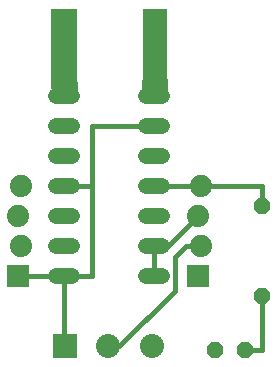
<source format=gbl>
G75*
G70*
%OFA0B0*%
%FSLAX24Y24*%
%IPPOS*%
%LPD*%
%AMOC8*
5,1,8,0,0,1.08239X$1,22.5*
%
%ADD10R,0.0860X0.2680*%
%ADD11R,0.0846X0.2666*%
%ADD12C,0.0160*%
%ADD13C,0.0520*%
%ADD14R,0.0740X0.0740*%
%ADD15C,0.0740*%
%ADD16OC8,0.0520*%
%ADD17R,0.0800X0.0800*%
%ADD18C,0.0800*%
D10*
X004454Y013010D03*
D11*
X007472Y013003D03*
D12*
X007647Y011943D02*
X007810Y011943D01*
X007810Y011412D01*
X007817Y011377D02*
X007817Y011956D01*
X007730Y011956D01*
X007313Y011918D02*
X007130Y011918D01*
X007130Y011533D01*
X007457Y010424D02*
X007457Y010423D01*
X007457Y010424D02*
X005385Y010424D01*
X005385Y008423D01*
X005385Y005423D01*
X004457Y005423D01*
X004457Y003089D01*
X004480Y003089D01*
X005928Y003089D02*
X006297Y003089D01*
X008152Y004943D01*
X008152Y006061D01*
X008515Y006423D01*
X009007Y006423D01*
X008907Y007423D02*
X007907Y006423D01*
X007457Y006423D01*
X007457Y005423D01*
X007457Y008423D02*
X009007Y008423D01*
X011062Y008423D01*
X011062Y007748D01*
X011062Y004748D02*
X011062Y002973D01*
X010494Y002973D01*
X005385Y008423D02*
X004457Y008423D01*
X004457Y005423D02*
X002907Y005423D01*
X004104Y011457D02*
X004104Y011786D01*
X004191Y011786D01*
X004114Y011752D02*
X004107Y011752D01*
X004107Y011530D01*
X004735Y011852D02*
X004805Y011852D01*
X004805Y011603D01*
D13*
X004717Y011423D02*
X004197Y011423D01*
X004197Y010423D02*
X004717Y010423D01*
X004717Y009423D02*
X004197Y009423D01*
X004197Y008423D02*
X004717Y008423D01*
X004717Y007423D02*
X004197Y007423D01*
X004197Y006423D02*
X004717Y006423D01*
X004717Y005423D02*
X004197Y005423D01*
X007197Y005423D02*
X007717Y005423D01*
X007717Y006423D02*
X007197Y006423D01*
X007197Y007423D02*
X007717Y007423D01*
X007717Y008423D02*
X007197Y008423D01*
X007197Y009423D02*
X007717Y009423D01*
X007717Y010423D02*
X007197Y010423D01*
X007197Y011423D02*
X007717Y011423D01*
D14*
X002907Y005423D03*
X008907Y005423D03*
D15*
X009007Y006423D03*
X008907Y007423D03*
X009007Y008423D03*
X003007Y008423D03*
X002907Y007423D03*
X003007Y006423D03*
D16*
X009494Y002973D03*
X010494Y002973D03*
X011062Y004748D03*
X011062Y007748D03*
D17*
X004480Y003089D03*
D18*
X005928Y003089D03*
X007376Y003089D03*
M02*

</source>
